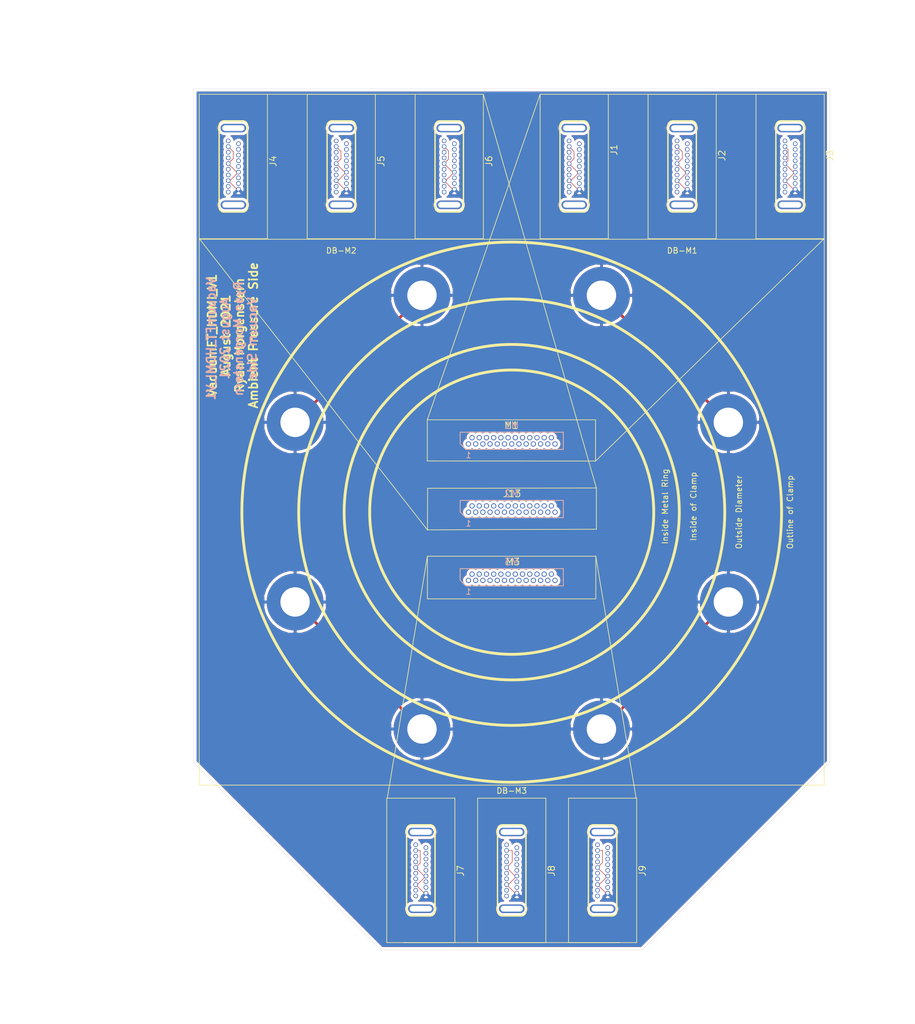
<source format=kicad_pcb>
(kicad_pcb (version 20171130) (host pcbnew "(5.1.10)-1")
  (layers (0 F.Cu signal) (1 In1.Cu signal) (2 In2.Cu signal) (31 B.Cu signal) (34 B.Paste user) (35 F.Paste user) (36 B.SilkS user) (37 F.SilkS user) (38 B.Mask user) (39 F.Mask user) (44 Edge.Cuts user))
  (net 0 "")
  (net 1 "Net-(J1-Pad19)")
  (net 2 "Net-(J1-Pad18)")
  (net 3 "Net-(J1-Pad16)")
  (net 4 "Net-(J1-Pad15)")
  (net 5 "Net-(J1-Pad14)")
  (net 6 "Net-(J1-Pad13)")
  (net 7 "Net-(J1-Pad12)")
  (net 8 "Net-(J1-Pad10)")
  (net 9 "Net-(J1-Pad9)")
  (net 10 "Net-(J1-Pad7)")
  (net 11 "Net-(J1-Pad6)")
  (net 12 "Net-(J1-Pad4)")
  (net 13 "Net-(J1-Pad3)")
  (net 14 "Net-(J1-Pad1)")
  (net 15 "Net-(J2-Pad1)")
  (net 16 "Net-(J2-Pad3)")
  (net 17 "Net-(J2-Pad4)")
  (net 18 "Net-(J2-Pad6)")
  (net 19 "Net-(J2-Pad7)")
  (net 20 "Net-(J2-Pad9)")
  (net 21 "Net-(J2-Pad10)")
  (net 22 "Net-(J2-Pad12)")
  (net 23 "Net-(J2-Pad13)")
  (net 24 "Net-(J2-Pad14)")
  (net 25 "Net-(J2-Pad15)")
  (net 26 "Net-(J2-Pad16)")
  (net 27 "Net-(J2-Pad18)")
  (net 28 "Net-(J2-Pad19)")
  (net 29 "Net-(J3-Pad1)")
  (net 30 "Net-(J3-Pad3)")
  (net 31 "Net-(J3-Pad4)")
  (net 32 "Net-(J3-Pad6)")
  (net 33 "Net-(J3-Pad7)")
  (net 34 "Net-(J3-Pad9)")
  (net 35 "Net-(J3-Pad10)")
  (net 36 "Net-(J3-Pad12)")
  (net 37 "Net-(J3-Pad13)")
  (net 38 "Net-(J3-Pad14)")
  (net 39 "Net-(J3-Pad15)")
  (net 40 "Net-(J3-Pad16)")
  (net 41 "Net-(J3-Pad18)")
  (net 42 "Net-(J3-Pad19)")
  (net 43 "Net-(J4-Pad13)")
  (net 44 "Net-(J5-Pad1)")
  (net 45 "Net-(J5-Pad3)")
  (net 46 "Net-(J5-Pad4)")
  (net 47 "Net-(J5-Pad6)")
  (net 48 "Net-(J5-Pad7)")
  (net 49 "Net-(J5-Pad9)")
  (net 50 "Net-(J5-Pad10)")
  (net 51 "Net-(J5-Pad12)")
  (net 52 "Net-(J5-Pad13)")
  (net 53 "Net-(J5-Pad14)")
  (net 54 "Net-(J5-Pad15)")
  (net 55 "Net-(J5-Pad16)")
  (net 56 "Net-(J5-Pad18)")
  (net 57 "Net-(J5-Pad19)")
  (net 58 "Net-(J6-Pad19)")
  (net 59 "Net-(J6-Pad18)")
  (net 60 "Net-(J6-Pad16)")
  (net 61 "Net-(J6-Pad15)")
  (net 62 "Net-(J6-Pad14)")
  (net 63 "Net-(J6-Pad13)")
  (net 64 "Net-(J6-Pad12)")
  (net 65 "Net-(J6-Pad10)")
  (net 66 "Net-(J6-Pad9)")
  (net 67 "Net-(J6-Pad7)")
  (net 68 "Net-(J6-Pad6)")
  (net 69 "Net-(J6-Pad4)")
  (net 70 "Net-(J6-Pad3)")
  (net 71 "Net-(J6-Pad1)")
  (net 72 "Net-(J7-Pad19)")
  (net 73 "Net-(J7-Pad18)")
  (net 74 "Net-(J7-Pad16)")
  (net 75 "Net-(J7-Pad15)")
  (net 76 "Net-(J7-Pad14)")
  (net 77 "Net-(J7-Pad13)")
  (net 78 "Net-(J7-Pad12)")
  (net 79 "Net-(J7-Pad10)")
  (net 80 "Net-(J7-Pad9)")
  (net 81 "Net-(J7-Pad7)")
  (net 82 "Net-(J7-Pad6)")
  (net 83 "Net-(J7-Pad4)")
  (net 84 "Net-(J7-Pad3)")
  (net 85 "Net-(J7-Pad1)")
  (net 86 "Net-(J8-Pad13)")
  (net 87 "Net-(J9-Pad18)")
  (net 88 "Net-(J9-Pad16)")
  (net 89 "Net-(J9-Pad15)")
  (net 90 "Net-(J9-Pad13)")
  (net 91 GND)
  (net 92 "Net-(J9-Pad14)")
  (net 93 "Net-(J9-Pad19)")
  (net 94 "Net-(J4-Pad19)")
  (net 95 "Net-(J4-Pad18)")
  (net 96 "Net-(J4-Pad16)")
  (net 97 "Net-(J4-Pad15)")
  (net 98 "Net-(J4-Pad14)")
  (net 99 "Net-(J4-Pad12)")
  (net 100 "Net-(J4-Pad10)")
  (net 101 "Net-(J4-Pad9)")
  (net 102 "Net-(J4-Pad7)")
  (net 103 "Net-(J4-Pad6)")
  (net 104 "Net-(J4-Pad4)")
  (net 105 "Net-(J4-Pad3)")
  (net 106 "Net-(J4-Pad1)")
  (net 107 "Net-(J8-Pad19)")
  (net 108 "Net-(J8-Pad18)")
  (net 109 "Net-(J8-Pad16)")
  (net 110 "Net-(J8-Pad15)")
  (net 111 "Net-(J8-Pad14)")
  (net 112 "Net-(J8-Pad12)")
  (net 113 "Net-(J8-Pad10)")
  (net 114 "Net-(J8-Pad9)")
  (net 115 "Net-(J8-Pad7)")
  (net 116 "Net-(J8-Pad6)")
  (net 117 "Net-(J8-Pad4)")
  (net 118 "Net-(J8-Pad3)")
  (net 119 "Net-(J8-Pad1)")
  (net 120 "Net-(J9-Pad12)")
  (net 121 "Net-(J9-Pad10)")
  (net 122 "Net-(J9-Pad9)")
  (net 123 "Net-(J9-Pad7)")
  (net 124 "Net-(J9-Pad6)")
  (net 125 "Net-(J9-Pad4)")
  (net 126 "Net-(J9-Pad3)")
  (net 127 "Net-(J9-Pad1)")
  (net 128 "Net-(M1-Pad13)")
  (net 129 "Net-(M2-Pad13)")
  (net 130 "Net-(M3-Pad13)")
  (module Connector:HDMI-Vertical-Male-JLBPCB (layer F.Cu) (at 30 -60.8 270)
    (fp_text reference J2 (at -3 -7 90) (layer F.SilkS) (effects (font (size 1.143 1.143) (thickness 0.152)) (justify right)))
    (fp_text value HDMI_A_1.4 hide)
    (pad 0 thru_hole oval (at -6.75 0 270) (size 1.5 4.5) (drill oval 1 3.9) (layers *.Cu *.Paste *.Mask))
    (pad 0 thru_hole oval (at 6.75 0 270) (size 1.5 4.5) (drill oval 1 3.9) (layers *.Cu *.Paste *.Mask))
    (pad 19 thru_hole circle (at -4.5 0.9 270) (size 0.8 0.8) (drill 0.55) (layers *.Cu *.Paste *.Mask) (net 28 "Net-(J2-Pad19)"))
    (pad 18 thru_hole circle (at -4 -0.9 270) (size 0.8 0.8) (drill 0.55) (layers *.Cu *.Paste *.Mask) (net 27 "Net-(J2-Pad18)"))
    (pad 17 thru_hole circle (at -3.5 0.9 270) (size 0.8 0.8) (drill 0.55) (layers *.Cu *.Paste *.Mask) (net 91 GND))
    (pad 16 thru_hole circle (at -3 -0.9 270) (size 0.8 0.8) (drill 0.55) (layers *.Cu *.Paste *.Mask) (net 26 "Net-(J2-Pad16)"))
    (pad 15 thru_hole circle (at -2.5 0.9 270) (size 0.8 0.8) (drill 0.55) (layers *.Cu *.Paste *.Mask) (net 25 "Net-(J2-Pad15)"))
    (pad 14 thru_hole circle (at -2 -0.9 270) (size 0.8 0.8) (drill 0.55) (layers *.Cu *.Paste *.Mask) (net 24 "Net-(J2-Pad14)"))
    (pad 13 thru_hole circle (at -1.5 0.9 270) (size 0.8 0.8) (drill 0.55) (layers *.Cu *.Paste *.Mask) (net 23 "Net-(J2-Pad13)"))
    (pad 12 thru_hole circle (at -1 -0.9 270) (size 0.8 0.8) (drill 0.55) (layers *.Cu *.Paste *.Mask) (net 22 "Net-(J2-Pad12)"))
    (pad 11 thru_hole circle (at -0.5 0.9 270) (size 0.8 0.8) (drill 0.55) (layers *.Cu *.Paste *.Mask) (net 91 GND))
    (pad 10 thru_hole circle (at 0 -0.9 270) (size 0.8 0.8) (drill 0.55) (layers *.Cu *.Paste *.Mask) (net 21 "Net-(J2-Pad10)"))
    (pad 9 thru_hole circle (at 0.5 0.9 270) (size 0.8 0.8) (drill 0.55) (layers *.Cu *.Paste *.Mask) (net 20 "Net-(J2-Pad9)"))
    (pad 8 thru_hole circle (at 1 -0.9 270) (size 0.8 0.8) (drill 0.55) (layers *.Cu *.Paste *.Mask) (net 91 GND))
    (pad 7 thru_hole circle (at 1.5 0.9 270) (size 0.8 0.8) (drill 0.55) (layers *.Cu *.Paste *.Mask) (net 19 "Net-(J2-Pad7)"))
    (pad 6 thru_hole circle (at 2 -0.9 270) (size 0.8 0.8) (drill 0.55) (layers *.Cu *.Paste *.Mask) (net 18 "Net-(J2-Pad6)"))
    (pad 5 thru_hole circle (at 2.5 0.9 270) (size 0.8 0.8) (drill 0.55) (layers *.Cu *.Paste *.Mask) (net 91 GND))
    (pad 4 thru_hole circle (at 3 -0.9 270) (size 0.8 0.8) (drill 0.55) (layers *.Cu *.Paste *.Mask) (net 17 "Net-(J2-Pad4)"))
    (pad 3 thru_hole circle (at 3.5 0.9 270) (size 0.8 0.8) (drill 0.55) (layers *.Cu *.Paste *.Mask) (net 16 "Net-(J2-Pad3)"))
    (pad 2 thru_hole circle (at 4 -0.9 270) (size 0.8 0.8) (drill 0.55) (layers *.Cu *.Paste *.Mask) (net 91 GND))
    (pad 1 thru_hole circle (at 4.5 0.9 270) (size 0.8 0.8) (drill 0.55) (layers *.Cu *.Paste *.Mask) (net 15 "Net-(J2-Pad1)"))
  )
  (module Connector:HDMI-Vertical-Male-JLBPCB (layer F.Cu) (at 49 -60.8 270)
    (fp_text reference J3 (at -3 -7 90) (layer F.SilkS) (effects (font (size 1.143 1.143) (thickness 0.152)) (justify right)))
    (fp_text value HDMI_A_1.4 hide)
    (pad 0 thru_hole oval (at -6.75 0 270) (size 1.5 4.5) (drill oval 1 3.9) (layers *.Cu *.Paste *.Mask))
    (pad 0 thru_hole oval (at 6.75 0 270) (size 1.5 4.5) (drill oval 1 3.9) (layers *.Cu *.Paste *.Mask))
    (pad 19 thru_hole circle (at -4.5 0.9 270) (size 0.8 0.8) (drill 0.55) (layers *.Cu *.Paste *.Mask) (net 42 "Net-(J3-Pad19)"))
    (pad 18 thru_hole circle (at -4 -0.9 270) (size 0.8 0.8) (drill 0.55) (layers *.Cu *.Paste *.Mask) (net 41 "Net-(J3-Pad18)"))
    (pad 17 thru_hole circle (at -3.5 0.9 270) (size 0.8 0.8) (drill 0.55) (layers *.Cu *.Paste *.Mask) (net 91 GND))
    (pad 16 thru_hole circle (at -3 -0.9 270) (size 0.8 0.8) (drill 0.55) (layers *.Cu *.Paste *.Mask) (net 40 "Net-(J3-Pad16)"))
    (pad 15 thru_hole circle (at -2.5 0.9 270) (size 0.8 0.8) (drill 0.55) (layers *.Cu *.Paste *.Mask) (net 39 "Net-(J3-Pad15)"))
    (pad 14 thru_hole circle (at -2 -0.9 270) (size 0.8 0.8) (drill 0.55) (layers *.Cu *.Paste *.Mask) (net 38 "Net-(J3-Pad14)"))
    (pad 13 thru_hole circle (at -1.5 0.9 270) (size 0.8 0.8) (drill 0.55) (layers *.Cu *.Paste *.Mask) (net 37 "Net-(J3-Pad13)"))
    (pad 12 thru_hole circle (at -1 -0.9 270) (size 0.8 0.8) (drill 0.55) (layers *.Cu *.Paste *.Mask) (net 36 "Net-(J3-Pad12)"))
    (pad 11 thru_hole circle (at -0.5 0.9 270) (size 0.8 0.8) (drill 0.55) (layers *.Cu *.Paste *.Mask) (net 91 GND))
    (pad 10 thru_hole circle (at 0 -0.9 270) (size 0.8 0.8) (drill 0.55) (layers *.Cu *.Paste *.Mask) (net 35 "Net-(J3-Pad10)"))
    (pad 9 thru_hole circle (at 0.5 0.9 270) (size 0.8 0.8) (drill 0.55) (layers *.Cu *.Paste *.Mask) (net 34 "Net-(J3-Pad9)"))
    (pad 8 thru_hole circle (at 1 -0.9 270) (size 0.8 0.8) (drill 0.55) (layers *.Cu *.Paste *.Mask) (net 91 GND))
    (pad 7 thru_hole circle (at 1.5 0.9 270) (size 0.8 0.8) (drill 0.55) (layers *.Cu *.Paste *.Mask) (net 33 "Net-(J3-Pad7)"))
    (pad 6 thru_hole circle (at 2 -0.9 270) (size 0.8 0.8) (drill 0.55) (layers *.Cu *.Paste *.Mask) (net 32 "Net-(J3-Pad6)"))
    (pad 5 thru_hole circle (at 2.5 0.9 270) (size 0.8 0.8) (drill 0.55) (layers *.Cu *.Paste *.Mask) (net 91 GND))
    (pad 4 thru_hole circle (at 3 -0.9 270) (size 0.8 0.8) (drill 0.55) (layers *.Cu *.Paste *.Mask) (net 31 "Net-(J3-Pad4)"))
    (pad 3 thru_hole circle (at 3.5 0.9 270) (size 0.8 0.8) (drill 0.55) (layers *.Cu *.Paste *.Mask) (net 30 "Net-(J3-Pad3)"))
    (pad 2 thru_hole circle (at 4 -0.9 270) (size 0.8 0.8) (drill 0.55) (layers *.Cu *.Paste *.Mask) (net 91 GND))
    (pad 1 thru_hole circle (at 4.5 0.9 270) (size 0.8 0.8) (drill 0.55) (layers *.Cu *.Paste *.Mask) (net 29 "Net-(J3-Pad1)"))
  )
  (module Connector:Norcomp-380-025-113L001-microd_NoLeads (layer B.Cu) (at 0 11.45)
    (fp_text reference M3 (at 0 -2.71) (layer B.SilkS) (effects (font (size 1.2 1.2)) (justify mirror)))
    (fp_text value DB25_Male)
    (fp_text user 1 (at -7.62 2.54) (layer B.SilkS) (effects (justify mirror)))
    (pad 13 thru_hole oval (at 7.62 0.55) (size 0.92 0.92) (drill 0.61) (layers *.Cu *.Mask) (net 130 "Net-(M3-Pad13)"))
    (pad 25 thru_hole oval (at 6.985 -0.55) (size 0.92 0.92) (drill 0.61) (layers *.Cu *.Mask) (net 120 "Net-(J9-Pad12)"))
    (pad 12 thru_hole oval (at 6.35 0.55) (size 0.92 0.92) (drill 0.61) (layers *.Cu *.Mask) (net 121 "Net-(J9-Pad10)"))
    (pad 24 thru_hole oval (at 5.715 -0.55) (size 0.92 0.92) (drill 0.61) (layers *.Cu *.Mask) (net 122 "Net-(J9-Pad9)"))
    (pad 11 thru_hole oval (at 5.08 0.55) (size 0.92 0.92) (drill 0.61) (layers *.Cu *.Mask) (net 123 "Net-(J9-Pad7)"))
    (pad 23 thru_hole oval (at 4.445 -0.55) (size 0.92 0.92) (drill 0.61) (layers *.Cu *.Mask) (net 124 "Net-(J9-Pad6)"))
    (pad 10 thru_hole oval (at 3.81 0.55) (size 0.92 0.92) (drill 0.61) (layers *.Cu *.Mask) (net 125 "Net-(J9-Pad4)"))
    (pad 22 thru_hole oval (at 3.175 -0.55) (size 0.92 0.92) (drill 0.61) (layers *.Cu *.Mask) (net 126 "Net-(J9-Pad3)"))
    (pad 9 thru_hole oval (at 2.54 0.55) (size 0.92 0.92) (drill 0.61) (layers *.Cu *.Mask) (net 127 "Net-(J9-Pad1)"))
    (pad 21 thru_hole oval (at 1.905 -0.55) (size 0.92 0.92) (drill 0.61) (layers *.Cu *.Mask) (net 112 "Net-(J8-Pad12)"))
    (pad 8 thru_hole oval (at 1.27 0.55) (size 0.92 0.92) (drill 0.61) (layers *.Cu *.Mask) (net 113 "Net-(J8-Pad10)"))
    (pad 20 thru_hole oval (at 0.635 -0.55) (size 0.92 0.92) (drill 0.61) (layers *.Cu *.Mask) (net 114 "Net-(J8-Pad9)"))
    (pad 7 thru_hole oval (at 0 0.55) (size 0.92 0.92) (drill 0.61) (layers *.Cu *.Mask) (net 115 "Net-(J8-Pad7)"))
    (pad 19 thru_hole oval (at -0.635 -0.55) (size 0.92 0.92) (drill 0.61) (layers *.Cu *.Mask) (net 116 "Net-(J8-Pad6)"))
    (pad 6 thru_hole oval (at -1.27 0.55) (size 0.92 0.92) (drill 0.61) (layers *.Cu *.Mask) (net 117 "Net-(J8-Pad4)"))
    (pad 18 thru_hole oval (at -1.905 -0.55) (size 0.92 0.92) (drill 0.61) (layers *.Cu *.Mask) (net 118 "Net-(J8-Pad3)"))
    (pad 5 thru_hole oval (at -2.54 0.55) (size 0.92 0.92) (drill 0.61) (layers *.Cu *.Mask) (net 119 "Net-(J8-Pad1)"))
    (pad 17 thru_hole oval (at -3.175 -0.55) (size 0.92 0.92) (drill 0.61) (layers *.Cu *.Mask) (net 78 "Net-(J7-Pad12)"))
    (pad 4 thru_hole oval (at -3.81 0.55) (size 0.92 0.92) (drill 0.61) (layers *.Cu *.Mask) (net 79 "Net-(J7-Pad10)"))
    (pad 16 thru_hole oval (at -4.445 -0.55) (size 0.92 0.92) (drill 0.61) (layers *.Cu *.Mask) (net 80 "Net-(J7-Pad9)"))
    (pad 3 thru_hole oval (at -5.08 0.55) (size 0.92 0.92) (drill 0.61) (layers *.Cu *.Mask) (net 81 "Net-(J7-Pad7)"))
    (pad 15 thru_hole oval (at -5.715 -0.55) (size 0.92 0.92) (drill 0.61) (layers *.Cu *.Mask) (net 82 "Net-(J7-Pad6)"))
    (pad 2 thru_hole oval (at -6.35 0.55) (size 0.92 0.92) (drill 0.61) (layers *.Cu *.Mask) (net 83 "Net-(J7-Pad4)"))
    (pad 14 thru_hole oval (at -6.985 -0.55) (size 0.92 0.92) (drill 0.61) (layers *.Cu *.Mask) (net 84 "Net-(J7-Pad3)"))
    (pad 1 thru_hole oval (at -7.62 0.55) (size 0.92 0.92) (drill 0.61) (layers *.Cu *.Mask) (net 85 "Net-(J7-Pad1)"))
  )
  (module Connector:Norcomp-380-025-113L001-microd_NoLeads (layer B.Cu) (at 0 -0.55)
    (fp_text reference M2 (at 0 -2.71) (layer B.SilkS) (effects (font (size 1.2 1.2)) (justify mirror)))
    (fp_text value DB25_Male)
    (fp_text user 1 (at -7.62 2.54) (layer B.SilkS) (effects (justify mirror)))
    (pad 13 thru_hole oval (at 7.62 0.55) (size 0.92 0.92) (drill 0.61) (layers *.Cu *.Mask) (net 129 "Net-(M2-Pad13)"))
    (pad 25 thru_hole oval (at 6.985 -0.55) (size 0.92 0.92) (drill 0.61) (layers *.Cu *.Mask) (net 64 "Net-(J6-Pad12)"))
    (pad 12 thru_hole oval (at 6.35 0.55) (size 0.92 0.92) (drill 0.61) (layers *.Cu *.Mask) (net 65 "Net-(J6-Pad10)"))
    (pad 24 thru_hole oval (at 5.715 -0.55) (size 0.92 0.92) (drill 0.61) (layers *.Cu *.Mask) (net 66 "Net-(J6-Pad9)"))
    (pad 11 thru_hole oval (at 5.08 0.55) (size 0.92 0.92) (drill 0.61) (layers *.Cu *.Mask) (net 67 "Net-(J6-Pad7)"))
    (pad 23 thru_hole oval (at 4.445 -0.55) (size 0.92 0.92) (drill 0.61) (layers *.Cu *.Mask) (net 68 "Net-(J6-Pad6)"))
    (pad 10 thru_hole oval (at 3.81 0.55) (size 0.92 0.92) (drill 0.61) (layers *.Cu *.Mask) (net 69 "Net-(J6-Pad4)"))
    (pad 22 thru_hole oval (at 3.175 -0.55) (size 0.92 0.92) (drill 0.61) (layers *.Cu *.Mask) (net 70 "Net-(J6-Pad3)"))
    (pad 9 thru_hole oval (at 2.54 0.55) (size 0.92 0.92) (drill 0.61) (layers *.Cu *.Mask) (net 71 "Net-(J6-Pad1)"))
    (pad 21 thru_hole oval (at 1.905 -0.55) (size 0.92 0.92) (drill 0.61) (layers *.Cu *.Mask) (net 51 "Net-(J5-Pad12)"))
    (pad 8 thru_hole oval (at 1.27 0.55) (size 0.92 0.92) (drill 0.61) (layers *.Cu *.Mask) (net 50 "Net-(J5-Pad10)"))
    (pad 20 thru_hole oval (at 0.635 -0.55) (size 0.92 0.92) (drill 0.61) (layers *.Cu *.Mask) (net 49 "Net-(J5-Pad9)"))
    (pad 7 thru_hole oval (at 0 0.55) (size 0.92 0.92) (drill 0.61) (layers *.Cu *.Mask) (net 48 "Net-(J5-Pad7)"))
    (pad 19 thru_hole oval (at -0.635 -0.55) (size 0.92 0.92) (drill 0.61) (layers *.Cu *.Mask) (net 47 "Net-(J5-Pad6)"))
    (pad 6 thru_hole oval (at -1.27 0.55) (size 0.92 0.92) (drill 0.61) (layers *.Cu *.Mask) (net 46 "Net-(J5-Pad4)"))
    (pad 18 thru_hole oval (at -1.905 -0.55) (size 0.92 0.92) (drill 0.61) (layers *.Cu *.Mask) (net 45 "Net-(J5-Pad3)"))
    (pad 5 thru_hole oval (at -2.54 0.55) (size 0.92 0.92) (drill 0.61) (layers *.Cu *.Mask) (net 44 "Net-(J5-Pad1)"))
    (pad 17 thru_hole oval (at -3.175 -0.55) (size 0.92 0.92) (drill 0.61) (layers *.Cu *.Mask) (net 99 "Net-(J4-Pad12)"))
    (pad 4 thru_hole oval (at -3.81 0.55) (size 0.92 0.92) (drill 0.61) (layers *.Cu *.Mask) (net 100 "Net-(J4-Pad10)"))
    (pad 16 thru_hole oval (at -4.445 -0.55) (size 0.92 0.92) (drill 0.61) (layers *.Cu *.Mask) (net 101 "Net-(J4-Pad9)"))
    (pad 3 thru_hole oval (at -5.08 0.55) (size 0.92 0.92) (drill 0.61) (layers *.Cu *.Mask) (net 102 "Net-(J4-Pad7)"))
    (pad 15 thru_hole oval (at -5.715 -0.55) (size 0.92 0.92) (drill 0.61) (layers *.Cu *.Mask) (net 103 "Net-(J4-Pad6)"))
    (pad 2 thru_hole oval (at -6.35 0.55) (size 0.92 0.92) (drill 0.61) (layers *.Cu *.Mask) (net 104 "Net-(J4-Pad4)"))
    (pad 14 thru_hole oval (at -6.985 -0.55) (size 0.92 0.92) (drill 0.61) (layers *.Cu *.Mask) (net 105 "Net-(J4-Pad3)"))
    (pad 1 thru_hole oval (at -7.62 0.55) (size 0.92 0.92) (drill 0.61) (layers *.Cu *.Mask) (net 106 "Net-(J4-Pad1)"))
  )
  (module Connector:Norcomp-380-025-113L001-microd_NoLeads (layer B.Cu) (at 0 -12.55)
    (fp_text reference M1 (at 0 -2.71) (layer B.SilkS) (effects (font (size 1.2 1.2)) (justify mirror)))
    (fp_text value DB25_Male)
    (fp_text user 1 (at -7.62 2.54) (layer B.SilkS) (effects (justify mirror)))
    (pad 13 thru_hole oval (at 7.62 0.55) (size 0.92 0.92) (drill 0.61) (layers *.Cu *.Mask) (net 128 "Net-(M1-Pad13)"))
    (pad 25 thru_hole oval (at 6.985 -0.55) (size 0.92 0.92) (drill 0.61) (layers *.Cu *.Mask) (net 36 "Net-(J3-Pad12)"))
    (pad 12 thru_hole oval (at 6.35 0.55) (size 0.92 0.92) (drill 0.61) (layers *.Cu *.Mask) (net 35 "Net-(J3-Pad10)"))
    (pad 24 thru_hole oval (at 5.715 -0.55) (size 0.92 0.92) (drill 0.61) (layers *.Cu *.Mask) (net 34 "Net-(J3-Pad9)"))
    (pad 11 thru_hole oval (at 5.08 0.55) (size 0.92 0.92) (drill 0.61) (layers *.Cu *.Mask) (net 33 "Net-(J3-Pad7)"))
    (pad 23 thru_hole oval (at 4.445 -0.55) (size 0.92 0.92) (drill 0.61) (layers *.Cu *.Mask) (net 32 "Net-(J3-Pad6)"))
    (pad 10 thru_hole oval (at 3.81 0.55) (size 0.92 0.92) (drill 0.61) (layers *.Cu *.Mask) (net 31 "Net-(J3-Pad4)"))
    (pad 22 thru_hole oval (at 3.175 -0.55) (size 0.92 0.92) (drill 0.61) (layers *.Cu *.Mask) (net 30 "Net-(J3-Pad3)"))
    (pad 9 thru_hole oval (at 2.54 0.55) (size 0.92 0.92) (drill 0.61) (layers *.Cu *.Mask) (net 29 "Net-(J3-Pad1)"))
    (pad 21 thru_hole oval (at 1.905 -0.55) (size 0.92 0.92) (drill 0.61) (layers *.Cu *.Mask) (net 22 "Net-(J2-Pad12)"))
    (pad 8 thru_hole oval (at 1.27 0.55) (size 0.92 0.92) (drill 0.61) (layers *.Cu *.Mask) (net 21 "Net-(J2-Pad10)"))
    (pad 20 thru_hole oval (at 0.635 -0.55) (size 0.92 0.92) (drill 0.61) (layers *.Cu *.Mask) (net 20 "Net-(J2-Pad9)"))
    (pad 7 thru_hole oval (at 0 0.55) (size 0.92 0.92) (drill 0.61) (layers *.Cu *.Mask) (net 19 "Net-(J2-Pad7)"))
    (pad 19 thru_hole oval (at -0.635 -0.55) (size 0.92 0.92) (drill 0.61) (layers *.Cu *.Mask) (net 18 "Net-(J2-Pad6)"))
    (pad 6 thru_hole oval (at -1.27 0.55) (size 0.92 0.92) (drill 0.61) (layers *.Cu *.Mask) (net 17 "Net-(J2-Pad4)"))
    (pad 18 thru_hole oval (at -1.905 -0.55) (size 0.92 0.92) (drill 0.61) (layers *.Cu *.Mask) (net 16 "Net-(J2-Pad3)"))
    (pad 5 thru_hole oval (at -2.54 0.55) (size 0.92 0.92) (drill 0.61) (layers *.Cu *.Mask) (net 15 "Net-(J2-Pad1)"))
    (pad 17 thru_hole oval (at -3.175 -0.55) (size 0.92 0.92) (drill 0.61) (layers *.Cu *.Mask) (net 7 "Net-(J1-Pad12)"))
    (pad 4 thru_hole oval (at -3.81 0.55) (size 0.92 0.92) (drill 0.61) (layers *.Cu *.Mask) (net 8 "Net-(J1-Pad10)"))
    (pad 16 thru_hole oval (at -4.445 -0.55) (size 0.92 0.92) (drill 0.61) (layers *.Cu *.Mask) (net 9 "Net-(J1-Pad9)"))
    (pad 3 thru_hole oval (at -5.08 0.55) (size 0.92 0.92) (drill 0.61) (layers *.Cu *.Mask) (net 10 "Net-(J1-Pad7)"))
    (pad 15 thru_hole oval (at -5.715 -0.55) (size 0.92 0.92) (drill 0.61) (layers *.Cu *.Mask) (net 11 "Net-(J1-Pad6)"))
    (pad 2 thru_hole oval (at -6.35 0.55) (size 0.92 0.92) (drill 0.61) (layers *.Cu *.Mask) (net 12 "Net-(J1-Pad4)"))
    (pad 14 thru_hole oval (at -6.985 -0.55) (size 0.92 0.92) (drill 0.61) (layers *.Cu *.Mask) (net 13 "Net-(J1-Pad3)"))
    (pad 1 thru_hole oval (at -7.62 0.55) (size 0.92 0.92) (drill 0.61) (layers *.Cu *.Mask) (net 14 "Net-(J1-Pad1)"))
  )
  (module Connector:KF50_Print (layer F.Cu) (at 0 0)
    (fp_text reference J13 (at 0.05 -3.26) (layer F.SilkS) (effects (font (size 1.2 1.2))))
    (fp_text value Conn_01x08)
    (fp_text user "Inside Metal Ring" (at 27 -1 90) (layer F.SilkS))
    (fp_text user "Outside Diameter" (at 40 0 90) (layer F.SilkS))
    (fp_text user "Inside of Clamp" (at 32 -1 90) (layer F.SilkS))
    (fp_text user "Outline of Clamp" (at 49 0 90) (layer F.SilkS))
    (pad 1 thru_hole circle (at 15.795259 38.133128 45) (size 10 10) (drill 5.17) (layers *.Cu *.Mask) (net 91 GND))
    (pad 2 thru_hole circle (at 38.133128 15.795259 45) (size 10 10) (drill 5.17) (layers *.Cu *.Mask) (net 91 GND))
    (pad 3 thru_hole circle (at 38.133128 -15.795259 45) (size 10 10) (drill 5.17) (layers *.Cu *.Mask) (net 91 GND))
    (pad 4 thru_hole circle (at 15.795259 -38.133128 45) (size 10 10) (drill 5.17) (layers *.Cu *.Mask) (net 91 GND))
    (pad 5 thru_hole circle (at -15.795259 -38.133128 45) (size 10 10) (drill 5.17) (layers *.Cu *.Mask) (net 91 GND))
    (pad 6 thru_hole circle (at -38.133128 -15.795259 45) (size 10 10) (drill 5.17) (layers *.Cu *.Mask) (net 91 GND))
    (pad 7 thru_hole circle (at -38.133128 15.795259 45) (size 10 10) (drill 5.17) (layers *.Cu *.Mask) (net 91 GND))
    (pad 8 thru_hole circle (at -15.795259 38.133128 45) (size 10 10) (drill 5.17) (layers *.Cu *.Mask) (net 91 GND))
  )
  (module Connector:HDMI-Vertical-Male-JLBPCB (layer F.Cu) (at -49 -60.8 270)
    (fp_text reference J4 (at -2 -7 90) (layer F.SilkS) (effects (font (size 1.143 1.143) (thickness 0.152)) (justify right)))
    (fp_text value HDMI_A_1.4 hide)
    (pad 0 thru_hole oval (at -6.75 0 270) (size 1.5 4.5) (drill oval 1 3.9) (layers *.Cu *.Paste *.Mask))
    (pad 0 thru_hole oval (at 6.75 0 270) (size 1.5 4.5) (drill oval 1 3.9) (layers *.Cu *.Paste *.Mask))
    (pad 19 thru_hole circle (at -4.5 0.9 270) (size 0.8 0.8) (drill 0.55) (layers *.Cu *.Paste *.Mask) (net 94 "Net-(J4-Pad19)"))
    (pad 18 thru_hole circle (at -4 -0.9 270) (size 0.8 0.8) (drill 0.55) (layers *.Cu *.Paste *.Mask) (net 95 "Net-(J4-Pad18)"))
    (pad 17 thru_hole circle (at -3.5 0.9 270) (size 0.8 0.8) (drill 0.55) (layers *.Cu *.Paste *.Mask) (net 91 GND))
    (pad 16 thru_hole circle (at -3 -0.9 270) (size 0.8 0.8) (drill 0.55) (layers *.Cu *.Paste *.Mask) (net 96 "Net-(J4-Pad16)"))
    (pad 15 thru_hole circle (at -2.5 0.9 270) (size 0.8 0.8) (drill 0.55) (layers *.Cu *.Paste *.Mask) (net 97 "Net-(J4-Pad15)"))
    (pad 14 thru_hole circle (at -2 -0.9 270) (size 0.8 0.8) (drill 0.55) (layers *.Cu *.Paste *.Mask) (net 98 "Net-(J4-Pad14)"))
    (pad 13 thru_hole circle (at -1.5 0.9 270) (size 0.8 0.8) (drill 0.55) (layers *.Cu *.Paste *.Mask) (net 43 "Net-(J4-Pad13)"))
    (pad 12 thru_hole circle (at -1 -0.9 270) (size 0.8 0.8) (drill 0.55) (layers *.Cu *.Paste *.Mask) (net 99 "Net-(J4-Pad12)"))
    (pad 11 thru_hole circle (at -0.5 0.9 270) (size 0.8 0.8) (drill 0.55) (layers *.Cu *.Paste *.Mask) (net 91 GND))
    (pad 10 thru_hole circle (at 0 -0.9 270) (size 0.8 0.8) (drill 0.55) (layers *.Cu *.Paste *.Mask) (net 100 "Net-(J4-Pad10)"))
    (pad 9 thru_hole circle (at 0.5 0.9 270) (size 0.8 0.8) (drill 0.55) (layers *.Cu *.Paste *.Mask) (net 101 "Net-(J4-Pad9)"))
    (pad 8 thru_hole circle (at 1 -0.9 270) (size 0.8 0.8) (drill 0.55) (layers *.Cu *.Paste *.Mask) (net 91 GND))
    (pad 7 thru_hole circle (at 1.5 0.9 270) (size 0.8 0.8) (drill 0.55) (layers *.Cu *.Paste *.Mask) (net 102 "Net-(J4-Pad7)"))
    (pad 6 thru_hole circle (at 2 -0.9 270) (size 0.8 0.8) (drill 0.55) (layers *.Cu *.Paste *.Mask) (net 103 "Net-(J4-Pad6)"))
    (pad 5 thru_hole circle (at 2.5 0.9 270) (size 0.8 0.8) (drill 0.55) (layers *.Cu *.Paste *.Mask) (net 91 GND))
    (pad 4 thru_hole circle (at 3 -0.9 270) (size 0.8 0.8) (drill 0.55) (layers *.Cu *.Paste *.Mask) (net 104 "Net-(J4-Pad4)"))
    (pad 3 thru_hole circle (at 3.5 0.9 270) (size 0.8 0.8) (drill 0.55) (layers *.Cu *.Paste *.Mask) (net 105 "Net-(J4-Pad3)"))
    (pad 2 thru_hole circle (at 4 -0.9 270) (size 0.8 0.8) (drill 0.55) (layers *.Cu *.Paste *.Mask) (net 91 GND))
    (pad 1 thru_hole circle (at 4.5 0.9 270) (size 0.8 0.8) (drill 0.55) (layers *.Cu *.Paste *.Mask) (net 106 "Net-(J4-Pad1)"))
  )
  (module Connector:HDMI-Vertical-Male-JLBPCB (layer F.Cu) (at 16 63 270)
    (fp_text reference J9 (at -1 -7 90) (layer F.SilkS) (effects (font (size 1.143 1.143) (thickness 0.152)) (justify right)))
    (fp_text value HDMI_A_1.4 hide)
    (pad 0 thru_hole oval (at -6.75 0 270) (size 1.5 4.5) (drill oval 1 3.9) (layers *.Cu *.Paste *.Mask))
    (pad 0 thru_hole oval (at 6.75 0 270) (size 1.5 4.5) (drill oval 1 3.9) (layers *.Cu *.Paste *.Mask))
    (pad 19 thru_hole circle (at -4.5 0.9 270) (size 0.8 0.8) (drill 0.55) (layers *.Cu *.Paste *.Mask) (net 93 "Net-(J9-Pad19)"))
    (pad 18 thru_hole circle (at -4 -0.9 270) (size 0.8 0.8) (drill 0.55) (layers *.Cu *.Paste *.Mask) (net 87 "Net-(J9-Pad18)"))
    (pad 17 thru_hole circle (at -3.5 0.9 270) (size 0.8 0.8) (drill 0.55) (layers *.Cu *.Paste *.Mask) (net 91 GND))
    (pad 16 thru_hole circle (at -3 -0.9 270) (size 0.8 0.8) (drill 0.55) (layers *.Cu *.Paste *.Mask) (net 88 "Net-(J9-Pad16)"))
    (pad 15 thru_hole circle (at -2.5 0.9 270) (size 0.8 0.8) (drill 0.55) (layers *.Cu *.Paste *.Mask) (net 89 "Net-(J9-Pad15)"))
    (pad 14 thru_hole circle (at -2 -0.9 270) (size 0.8 0.8) (drill 0.55) (layers *.Cu *.Paste *.Mask) (net 92 "Net-(J9-Pad14)"))
    (pad 13 thru_hole circle (at -1.5 0.9 270) (size 0.8 0.8) (drill 0.55) (layers *.Cu *.Paste *.Mask) (net 90 "Net-(J9-Pad13)"))
    (pad 12 thru_hole circle (at -1 -0.9 270) (size 0.8 0.8) (drill 0.55) (layers *.Cu *.Paste *.Mask) (net 120 "Net-(J9-Pad12)"))
    (pad 11 thru_hole circle (at -0.5 0.9 270) (size 0.8 0.8) (drill 0.55) (layers *.Cu *.Paste *.Mask) (net 91 GND))
    (pad 10 thru_hole circle (at 0 -0.9 270) (size 0.8 0.8) (drill 0.55) (layers *.Cu *.Paste *.Mask) (net 121 "Net-(J9-Pad10)"))
    (pad 9 thru_hole circle (at 0.5 0.9 270) (size 0.8 0.8) (drill 0.55) (layers *.Cu *.Paste *.Mask) (net 122 "Net-(J9-Pad9)"))
    (pad 8 thru_hole circle (at 1 -0.9 270) (size 0.8 0.8) (drill 0.55) (layers *.Cu *.Paste *.Mask) (net 91 GND))
    (pad 7 thru_hole circle (at 1.5 0.9 270) (size 0.8 0.8) (drill 0.55) (layers *.Cu *.Paste *.Mask) (net 123 "Net-(J9-Pad7)"))
    (pad 6 thru_hole circle (at 2 -0.9 270) (size 0.8 0.8) (drill 0.55) (layers *.Cu *.Paste *.Mask) (net 124 "Net-(J9-Pad6)"))
    (pad 5 thru_hole circle (at 2.5 0.9 270) (size 0.8 0.8) (drill 0.55) (layers *.Cu *.Paste *.Mask) (net 91 GND))
    (pad 4 thru_hole circle (at 3 -0.9 270) (size 0.8 0.8) (drill 0.55) (layers *.Cu *.Paste *.Mask) (net 125 "Net-(J9-Pad4)"))
    (pad 3 thru_hole circle (at 3.5 0.9 270) (size 0.8 0.8) (drill 0.55) (layers *.Cu *.Paste *.Mask) (net 126 "Net-(J9-Pad3)"))
    (pad 2 thru_hole circle (at 4 -0.9 270) (size 0.8 0.8) (drill 0.55) (layers *.Cu *.Paste *.Mask) (net 91 GND))
    (pad 1 thru_hole circle (at 4.5 0.9 270) (size 0.8 0.8) (drill 0.55) (layers *.Cu *.Paste *.Mask) (net 127 "Net-(J9-Pad1)"))
  )
  (module "" (layer F.Cu) (at 1.76 -2.66)
    (fp_text reference "" (at 0 11.45) (layer F.SilkS) (effects (font (size 1.27 1.27))))
    (fp_text value "" (at 0 11.45) (layer F.SilkS) (effects (font (size 1.27 1.27))))
    (fp_text user M3 (at -1.55 11.39) (layer F.SilkS) (effects (font (size 1.2 1.2))))
  )
  (module "" (layer F.Cu) (at 2.54 -26.84)
    (fp_text reference "" (at 0 11.45) (layer F.SilkS) (effects (font (size 1.27 1.27))))
    (fp_text value "" (at 0 11.45) (layer F.SilkS) (effects (font (size 1.27 1.27))))
    (fp_text user M1 (at -2.6 11.58) (layer F.SilkS) (effects (font (size 1.2 1.2))))
  )
  (module "" (layer F.Cu) (at -0.36 -15.71)
    (fp_text reference "" (at 0 11.45) (layer F.SilkS) (effects (font (size 1.27 1.27))))
    (fp_text value "" (at 0 11.45) (layer F.SilkS) (effects (font (size 1.27 1.27))))
  )
  (module Connector:HDMI-Vertical-Male-JLBPCB (layer F.Cu) (at -16 63 270)
    (fp_text reference J7 (at -1 -7 90) (layer F.SilkS) (effects (font (size 1.143 1.143) (thickness 0.152)) (justify right)))
    (fp_text value HDMI_A_1.4 hide)
    (pad 0 thru_hole oval (at -6.75 0 270) (size 1.5 4.5) (drill oval 1 3.9) (layers *.Cu *.Paste *.Mask))
    (pad 0 thru_hole oval (at 6.75 0 270) (size 1.5 4.5) (drill oval 1 3.9) (layers *.Cu *.Paste *.Mask))
    (pad 19 thru_hole circle (at -4.5 0.9 270) (size 0.8 0.8) (drill 0.55) (layers *.Cu *.Paste *.Mask) (net 72 "Net-(J7-Pad19)"))
    (pad 18 thru_hole circle (at -4 -0.9 270) (size 0.8 0.8) (drill 0.55) (layers *.Cu *.Paste *.Mask) (net 73 "Net-(J7-Pad18)"))
    (pad 17 thru_hole circle (at -3.5 0.9 270) (size 0.8 0.8) (drill 0.55) (layers *.Cu *.Paste *.Mask) (net 91 GND))
    (pad 16 thru_hole circle (at -3 -0.9 270) (size 0.8 0.8) (drill 0.55) (layers *.Cu *.Paste *.Mask) (net 74 "Net-(J7-Pad16)"))
    (pad 15 thru_hole circle (at -2.5 0.9 270) (size 0.8 0.8) (drill 0.55) (layers *.Cu *.Paste *.Mask) (net 75 "Net-(J7-Pad15)"))
    (pad 14 thru_hole circle (at -2 -0.9 270) (size 0.8 0.8) (drill 0.55) (layers *.Cu *.Paste *.Mask) (net 76 "Net-(J7-Pad14)"))
    (pad 13 thru_hole circle (at -1.5 0.9 270) (size 0.8 0.8) (drill 0.55) (layers *.Cu *.Paste *.Mask) (net 77 "Net-(J7-Pad13)"))
    (pad 12 thru_hole circle (at -1 -0.9 270) (size 0.8 0.8) (drill 0.55) (layers *.Cu *.Paste *.Mask) (net 78 "Net-(J7-Pad12)"))
    (pad 11 thru_hole circle (at -0.5 0.9 270) (size 0.8 0.8) (drill 0.55) (layers *.Cu *.Paste *.Mask) (net 91 GND))
    (pad 10 thru_hole circle (at 0 -0.9 270) (size 0.8 0.8) (drill 0.55) (layers *.Cu *.Paste *.Mask) (net 79 "Net-(J7-Pad10)"))
    (pad 9 thru_hole circle (at 0.5 0.9 270) (size 0.8 0.8) (drill 0.55) (layers *.Cu *.Paste *.Mask) (net 80 "Net-(J7-Pad9)"))
    (pad 8 thru_hole circle (at 1 -0.9 270) (size 0.8 0.8) (drill 0.55) (layers *.Cu *.Paste *.Mask) (net 91 GND))
    (pad 7 thru_hole circle (at 1.5 0.9 270) (size 0.8 0.8) (drill 0.55) (layers *.Cu *.Paste *.Mask) (net 81 "Net-(J7-Pad7)"))
    (pad 6 thru_hole circle (at 2 -0.9 270) (size 0.8 0.8) (drill 0.55) (layers *.Cu *.Paste *.Mask) (net 82 "Net-(J7-Pad6)"))
    (pad 5 thru_hole circle (at 2.5 0.9 270) (size 0.8 0.8) (drill 0.55) (layers *.Cu *.Paste *.Mask) (net 91 GND))
    (pad 4 thru_hole circle (at 3 -0.9 270) (size 0.8 0.8) (drill 0.55) (layers *.Cu *.Paste *.Mask) (net 83 "Net-(J7-Pad4)"))
    (pad 3 thru_hole circle (at 3.5 0.9 270) (size 0.8 0.8) (drill 0.55) (layers *.Cu *.Paste *.Mask) (net 84 "Net-(J7-Pad3)"))
    (pad 2 thru_hole circle (at 4 -0.9 270) (size 0.8 0.8) (drill 0.55) (layers *.Cu *.Paste *.Mask) (net 91 GND))
    (pad 1 thru_hole circle (at 4.5 0.9 270) (size 0.8 0.8) (drill 0.55) (layers *.Cu *.Paste *.Mask) (net 85 "Net-(J7-Pad1)"))
  )
  (module Connector:HDMI-Vertical-Male-JLBPCB (layer F.Cu) (at 0 63 270)
    (fp_text reference J8 (at -1 -7 90) (layer F.SilkS) (effects (font (size 1.143 1.143) (thickness 0.152)) (justify right)))
    (fp_text value HDMI_A_1.4 hide)
    (pad 0 thru_hole oval (at -6.75 0 270) (size 1.5 4.5) (drill oval 1 3.9) (layers *.Cu *.Paste *.Mask))
    (pad 0 thru_hole oval (at 6.75 0 270) (size 1.5 4.5) (drill oval 1 3.9) (layers *.Cu *.Paste *.Mask))
    (pad 19 thru_hole circle (at -4.5 0.9 270) (size 0.8 0.8) (drill 0.55) (layers *.Cu *.Paste *.Mask) (net 107 "Net-(J8-Pad19)"))
    (pad 18 thru_hole circle (at -4 -0.9 270) (size 0.8 0.8) (drill 0.55) (layers *.Cu *.Paste *.Mask) (net 108 "Net-(J8-Pad18)"))
    (pad 17 thru_hole circle (at -3.5 0.9 270) (size 0.8 0.8) (drill 0.55) (layers *.Cu *.Paste *.Mask) (net 91 GND))
    (pad 16 thru_hole circle (at -3 -0.9 270) (size 0.8 0.8) (drill 0.55) (layers *.Cu *.Paste *.Mask) (net 109 "Net-(J8-Pad16)"))
    (pad 15 thru_hole circle (at -2.5 0.9 270) (size 0.8 0.8) (drill 0.55) (layers *.Cu *.Paste *.Mask) (net 110 "Net-(J8-Pad15)"))
    (pad 14 thru_hole circle (at -2 -0.9 270) (size 0.8 0.8) (drill 0.55) (layers *.Cu *.Paste *.Mask) (net 111 "Net-(J8-Pad14)"))
    (pad 13 thru_hole circle (at -1.5 0.9 270) (size 0.8 0.8) (drill 0.55) (layers *.Cu *.Paste *.Mask) (net 86 "Net-(J8-Pad13)"))
    (pad 12 thru_hole circle (at -1 -0.9 270) (size 0.8 0.8) (drill 0.55) (layers *.Cu *.Paste *.Mask) (net 112 "Net-(J8-Pad12)"))
    (pad 11 thru_hole circle (at -0.5 0.9 270) (size 0.8 0.8) (drill 0.55) (layers *.Cu *.Paste *.Mask) (net 91 GND))
    (pad 10 thru_hole circle (at 0 -0.9 270) (size 0.8 0.8) (drill 0.55) (layers *.Cu *.Paste *.Mask) (net 113 "Net-(J8-Pad10)"))
    (pad 9 thru_hole circle (at 0.5 0.9 270) (size 0.8 0.8) (drill 0.55) (layers *.Cu *.Paste *.Mask) (net 114 "Net-(J8-Pad9)"))
    (pad 8 thru_hole circle (at 1 -0.9 270) (size 0.8 0.8) (drill 0.55) (layers *.Cu *.Paste *.Mask) (net 91 GND))
    (pad 7 thru_hole circle (at 1.5 0.9 270) (size 0.8 0.8) (drill 0.55) (layers *.Cu *.Paste *.Mask) (net 115 "Net-(J8-Pad7)"))
    (pad 6 thru_hole circle (at 2 -0.9 270) (size 0.8 0.8) (drill 0.55) (layers *.Cu *.Paste *.Mask) (net 116 "Net-(J8-Pad6)"))
    (pad 5 thru_hole circle (at 2.5 0.9 270) (size 0.8 0.8) (drill 0.55) (layers *.Cu *.Paste *.Mask) (net 91 GND))
    (pad 4 thru_hole circle (at 3 -0.9 270) (size 0.8 0.8) (drill 0.55) (layers *.Cu *.Paste *.Mask) (net 117 "Net-(J8-Pad4)"))
    (pad 3 thru_hole circle (at 3.5 0.9 270) (size 0.8 0.8) (drill 0.55) (layers *.Cu *.Paste *.Mask) (net 118 "Net-(J8-Pad3)"))
    (pad 2 thru_hole circle (at 4 -0.9 270) (size 0.8 0.8) (drill 0.55) (layers *.Cu *.Paste *.Mask) (net 91 GND))
    (pad 1 thru_hole circle (at 4.5 0.9 270) (size 0.8 0.8) (drill 0.55) (layers *.Cu *.Paste *.Mask) (net 119 "Net-(J8-Pad1)"))
  )
  (module Connector:HDMI-Vertical-Male-JLBPCB (layer F.Cu) (at 11 -60.8 270)
    (fp_text reference J1 (at -4 -7 90) (layer F.SilkS) (effects (font (size 1.143 1.143) (thickness 0.152)) (justify right)))
    (fp_text value HDMI_A_1.4 hide)
    (pad 0 thru_hole oval (at -6.75 0 270) (size 1.5 4.5) (drill oval 1 3.9) (layers *.Cu *.Paste *.Mask))
    (pad 0 thru_hole oval (at 6.75 0 270) (size 1.5 4.5) (drill oval 1 3.9) (layers *.Cu *.Paste *.Mask))
    (pad 19 thru_hole circle (at -4.5 0.9 270) (size 0.8 0.8) (drill 0.55) (layers *.Cu *.Paste *.Mask) (net 1 "Net-(J1-Pad19)"))
    (pad 18 thru_hole circle (at -4 -0.9 270) (size 0.8 0.8) (drill 0.55) (layers *.Cu *.Paste *.Mask) (net 2 "Net-(J1-Pad18)"))
    (pad 17 thru_hole circle (at -3.5 0.9 270) (size 0.8 0.8) (drill 0.55) (layers *.Cu *.Paste *.Mask) (net 91 GND))
    (pad 16 thru_hole circle (at -3 -0.9 270) (size 0.8 0.8) (drill 0.55) (layers *.Cu *.Paste *.Mask) (net 3 "Net-(J1-Pad16)"))
    (pad 15 thru_hole circle (at -2.5 0.9 270) (size 0.8 0.8) (drill 0.55) (layers *.Cu *.Paste *.Mask) (net 4 "Net-(J1-Pad15)"))
    (pad 14 thru_hole circle (at -2 -0.9 270) (size 0.8 0.8) (drill 0.55) (layers *.Cu *.Paste *.Mask) (net 5 "Net-(J1-Pad14)"))
    (pad 13 thru_hole circle (at -1.5 0.9 270) (size 0.8 0.8) (drill 0.55) (layers *.Cu *.Paste *.Mask) (net 6 "Net-(J1-Pad13)"))
    (pad 12 thru_hole circle (at -1 -0.9 270) (size 0.8 0.8) (drill 0.55) (layers *.Cu *.Paste *.Mask) (net 7 "Net-(J1-Pad12)"))
    (pad 11 thru_hole circle (at -0.5 0.9 270) (size 0.8 0.8) (drill 0.55) (layers *.Cu *.Paste *.Mask) (net 91 GND))
    (pad 10 thru_hole circle (at 0 -0.9 270) (size 0.8 0.8) (drill 0.55) (layers *.Cu *.Paste *.Mask) (net 8 "Net-(J1-Pad10)"))
    (pad 9 thru_hole circle (at 0.5 0.9 270) (size 0.8 0.8) (drill 0.55) (layers *.Cu *.Paste *.Mask) (net 9 "Net-(J1-Pad9)"))
    (pad 8 thru_hole circle (at 1 -0.9 270) (size 0.8 0.8) (drill 0.55) (layers *.Cu *.Paste *.Mask) (net 91 GND))
    (pad 7 thru_hole circle (at 1.5 0.9 270) (size 0.8 0.8) (drill 0.55) (layers *.Cu *.Paste *.Mask) (net 10 "Net-(J1-Pad7)"))
    (pad 6 thru_hole circle (at 2 -0.9 270) (size 0.8 0.8) (drill 0.55) (layers *.Cu *.Paste *.Mask) (net 11 "Net-(J1-Pad6)"))
    (pad 5 thru_hole circle (at 2.5 0.9 270) (size 0.8 0.8) (drill 0.55) (layers *.Cu *.Paste *.Mask) (net 91 GND))
    (pad 4 thru_hole circle (at 3 -0.9 270) (size 0.8 0.8) (drill 0.55) (layers *.Cu *.Paste *.Mask) (net 12 "Net-(J1-Pad4)"))
    (pad 3 thru_hole circle (at 3.5 0.9 270) (size 0.8 0.8) (drill 0.55) (layers *.Cu *.Paste *.Mask) (net 13 "Net-(J1-Pad3)"))
    (pad 2 thru_hole circle (at 4 -0.9 270) (size 0.8 0.8) (drill 0.55) (layers *.Cu *.Paste *.Mask) (net 91 GND))
    (pad 1 thru_hole circle (at 4.5 0.9 270) (size 0.8 0.8) (drill 0.55) (layers *.Cu *.Paste *.Mask) (net 14 "Net-(J1-Pad1)"))
  )
  (module Connector:HDMI-Vertical-Male-JLBPCB (layer F.Cu) (at -11 -60.8 270)
    (fp_text reference J6 (at -2 -7 90) (layer F.SilkS) (effects (font (size 1.143 1.143) (thickness 0.152)) (justify right)))
    (fp_text value HDMI_A_1.4 hide)
    (pad 0 thru_hole oval (at -6.75 0 270) (size 1.5 4.5) (drill oval 1 3.9) (layers *.Cu *.Paste *.Mask))
    (pad 0 thru_hole oval (at 6.75 0 270) (size 1.5 4.5) (drill oval 1 3.9) (layers *.Cu *.Paste *.Mask))
    (pad 19 thru_hole circle (at -4.5 0.9 270) (size 0.8 0.8) (drill 0.55) (layers *.Cu *.Paste *.Mask) (net 58 "Net-(J6-Pad19)"))
    (pad 18 thru_hole circle (at -4 -0.9 270) (size 0.8 0.8) (drill 0.55) (layers *.Cu *.Paste *.Mask) (net 59 "Net-(J6-Pad18)"))
    (pad 17 thru_hole circle (at -3.5 0.9 270) (size 0.8 0.8) (drill 0.55) (layers *.Cu *.Paste *.Mask) (net 91 GND))
    (pad 16 thru_hole circle (at -3 -0.9 270) (size 0.8 0.8) (drill 0.55) (layers *.Cu *.Paste *.Mask) (net 60 "Net-(J6-Pad16)"))
    (pad 15 thru_hole circle (at -2.5 0.9 270) (size 0.8 0.8) (drill 0.55) (layers *.Cu *.Paste *.Mask) (net 61 "Net-(J6-Pad15)"))
    (pad 14 thru_hole circle (at -2 -0.9 270) (size 0.8 0.8) (drill 0.55) (layers *.Cu *.Paste *.Mask) (net 62 "Net-(J6-Pad14)"))
    (pad 13 thru_hole circle (at -1.5 0.9 270) (size 0.8 0.8) (drill 0.55) (layers *.Cu *.Paste *.Mask) (net 63 "Net-(J6-Pad13)"))
    (pad 12 thru_hole circle (at -1 -0.9 270) (size 0.8 0.8) (drill 0.55) (layers *.Cu *.Paste *.Mask) (net 64 "Net-(J6-Pad12)"))
    (pad 11 thru_hole circle (at -0.5 0.9 270) (size 0.8 0.8) (drill 0.55) (layers *.Cu *.Paste *.Mask) (net 91 GND))
    (pad 10 thru_hole circle (at 0 -0.9 270) (size 0.8 0.8) (drill 0.55) (layers *.Cu *.Paste *.Mask) (net 65 "Net-(J6-Pad10)"))
    (pad 9 thru_hole circle (at 0.5 0.9 270) (size 0.8 0.8) (drill 0.55) (layers *.Cu *.Paste *.Mask) (net 66 "Net-(J6-Pad9)"))
    (pad 8 thru_hole circle (at 1 -0.9 270) (size 0.8 0.8) (drill 0.55) (layers *.Cu *.Paste *.Mask) (net 91 GND))
    (pad 7 thru_hole circle (at 1.5 0.9 270) (size 0.8 0.8) (drill 0.55) (layers *.Cu *.Paste *.Mask) (net 67 "Net-(J6-Pad7)"))
    (pad 6 thru_hole circle (at 2 -0.9 270) (size 0.8 0.8) (drill 0.55) (layers *.Cu *.Paste *.Mask) (net 68 "Net-(J6-Pad6)"))
    (pad 5 thru_hole circle (at 2.5 0.9 270) (size 0.8 0.8) (drill 0.55) (layers *.Cu *.Paste *.Mask) (net 91 GND))
    (pad 4 thru_hole circle (at 3 -0.9 270) (size 0.8 0.8) (drill 0.55) (layers *.Cu *.Paste *.Mask) (net 69 "Net-(J6-Pad4)"))
    (pad 3 thru_hole circle (at 3.5 0.9 270) (size 0.8 0.8) (drill 0.55) (layers *.Cu *.Paste *.Mask) (net 70 "Net-(J6-Pad3)"))
    (pad 2 thru_hole circle (at 4 -0.9 270) (size 0.8 0.8) (drill 0.55) (layers *.Cu *.Paste *.Mask) (net 91 GND))
    (pad 1 thru_hole circle (at 4.5 0.9 270) (size 0.8 0.8) (drill 0.55) (layers *.Cu *.Paste *.Mask) (net 71 "Net-(J6-Pad1)"))
  )
  (module Connector:HDMI-Vertical-Male-JLBPCB (layer F.Cu) (at -30 -60.8 270)
    (fp_text reference J5 (at -2 -7 90) (layer F.SilkS) (effects (font (size 1.143 1.143) (thickness 0.152)) (justify right)))
    (fp_text value HDMI_A_1.4 hide)
    (pad 0 thru_hole oval (at -6.75 0 270) (size 1.5 4.5) (drill oval 1 3.9) (layers *.Cu *.Paste *.Mask))
    (pad 0 thru_hole oval (at 6.75 0 270) (size 1.5 4.5) (drill oval 1 3.9) (layers *.Cu *.Paste *.Mask))
    (pad 19 thru_hole circle (at -4.5 0.9 270) (size 0.8 0.8) (drill 0.55) (layers *.Cu *.Paste *.Mask) (net 57 "Net-(J5-Pad19)"))
    (pad 18 thru_hole circle (at -4 -0.9 270) (size 0.8 0.8) (drill 0.55) (layers *.Cu *.Paste *.Mask) (net 56 "Net-(J5-Pad18)"))
    (pad 17 thru_hole circle (at -3.5 0.9 270) (size 0.8 0.8) (drill 0.55) (layers *.Cu *.Paste *.Mask) (net 91 GND))
    (pad 16 thru_hole circle (at -3 -0.9 270) (size 0.8 0.8) (drill 0.55) (layers *.Cu *.Paste *.Mask) (net 55 "Net-(J5-Pad16)"))
    (pad 15 thru_hole circle (at -2.5 0.9 270) (size 0.8 0.8) (drill 0.55) (layers *.Cu *.Paste *.Mask) (net 54 "Net-(J5-Pad15)"))
    (pad 14 thru_hole circle (at -2 -0.9 270) (size 0.8 0.8) (drill 0.55) (layers *.Cu *.Paste *.Mask) (net 53 "Net-(J5-Pad14)"))
    (pad 13 thru_hole circle (at -1.5 0.9 270) (size 0.8 0.8) (drill 0.55) (layers *.Cu *.Paste *.Mask) (net 52 "Net-(J5-Pad13)"))
    (pad 12 thru_hole circle (at -1 -0.9 270) (size 0.8 0.8) (drill 0.55) (layers *.Cu *.Paste *.Mask) (net 51 "Net-(J5-Pad12)"))
    (pad 11 thru_hole circle (at -0.5 0.9 270) (size 0.8 0.8) (drill 0.55) (layers *.Cu *.Paste *.Mask) (net 91 GND))
    (pad 10 thru_hole circle (at 0 -0.9 270) (size 0.8 0.8) (drill 0.55) (layers *.Cu *.Paste *.Mask) (net 50 "Net-(J5-Pad10)"))
    (pad 9 thru_hole circle (at 0.5 0.9 270) (size 0.8 0.8) (drill 0.55) (layers *.Cu *.Paste *.Mask) (net 49 "Net-(J5-Pad9)"))
    (pad 8 thru_hole circle (at 1 -0.9 270) (size 0.8 0.8) (drill 0.55) (layers *.Cu *.Paste *.Mask) (net 91 GND))
    (pad 7 thru_hole circle (at 1.5 0.9 270) (size 0.8 0.8) (drill 0.55) (layers *.Cu *.Paste *.Mask) (net 48 "Net-(J5-Pad7)"))
    (pad 6 thru_hole circle (at 2 -0.9 270) (size 0.8 0.8) (drill 0.55) (layers *.Cu *.Paste *.Mask) (net 47 "Net-(J5-Pad6)"))
    (pad 5 thru_hole circle (at 2.5 0.9 270) (size 0.8 0.8) (drill 0.55) (layers *.Cu *.Paste *.Mask) (net 91 GND))
    (pad 4 thru_hole circle (at 3 -0.9 270) (size 0.8 0.8) (drill 0.55) (layers *.Cu *.Paste *.Mask) (net 46 "Net-(J5-Pad4)"))
    (pad 3 thru_hole circle (at 3.5 0.9 270) (size 0.8 0.8) (drill 0.55) (layers *.Cu *.Paste *.Mask) (net 45 "Net-(J5-Pad3)"))
    (pad 2 thru_hole circle (at 4 -0.9 270) (size 0.8 0.8) (drill 0.55) (layers *.Cu *.Paste *.Mask) (net 91 GND))
    (pad 1 thru_hole circle (at 4.5 0.9 270) (size 0.8 0.8) (drill 0.55) (layers *.Cu *.Paste *.Mask) (net 44 "Net-(J5-Pad1)"))
  )
  (gr_text DB-M3 (at 0 49) (layer F.SilkS) (effects (font (size 1 1))))
  (gr_text DB-M2 (at -30 -46) (layer F.SilkS) (effects (font (size 1 1))))
  (gr_text DB-M1 (at 30 -46) (layer F.SilkS) (effects (font (size 1 1))))
  (gr_line (start -17 -73.5) (end -43 -73.5) (layer F.SilkS) (width 0.12))
  (gr_line (start 14.9 -4.25) (end -5 -73.5) (layer F.SilkS) (width 0.12))
  (gr_line (start -55 -48.1) (end -14.84 3.11) (layer F.SilkS) (width 0.12))
  (gr_line (start 17 -73.5) (end 43 -73.5) (layer F.SilkS) (width 0.12))
  (gr_line (start 14.75 -8.99) (end 55 -48.1) (layer F.SilkS) (width 0.12))
  (gr_line (start -14.86 -16.25) (end 5 -73.5) (layer F.SilkS) (width 0.12))
  (gr_line (start -56 44) (end -23 77) (layer Edge.Cuts) (width 0.05))
  (gr_line (start -56 -74.5) (end -56 44) (layer Edge.Cuts) (width 0.05))
  (gr_line (start 56 44) (end 23 77) (layer Edge.Cuts) (width 0.05))
  (gr_line (start 56 -74.5) (end 56 44) (layer Edge.Cuts) (width 0.05))
  (gr_text "VacuumFT_HDMI_V1\nAugust 2021\nRyan Morgenstern\nVacuum Side" (at -49.3 -30.5 90) (layer B.SilkS) (effects (font (size 1.5 1.5) (thickness 0.3)) (justify mirror)))
  (gr_text "VacuumFT_HDMI_V1\nAugust 2021\nRyan Morgenstern\nAmbient Pressure Side" (at -49.1 -31.1 90) (layer F.SilkS) (effects (font (size 1.5 1.5) (thickness 0.3))))
  (gr_line (start -23 77) (end 23 77) (layer Edge.Cuts) (width 0.05))
  (gr_line (start -56 -74.5) (end 56 -74.5) (layer Edge.Cuts) (width 0.05))
  (gr_line (start 14.75 -16.25) (end 14.75 -8.99) (layer F.SilkS) (width 0.12))
  (gr_line (start -14.86 -16.25) (end 14.75 -16.25) (layer F.SilkS) (width 0.12))
  (gr_line (start -14.86 -9) (end -14.86 -16.25) (layer F.SilkS) (width 0.12))
  (gr_line (start 14.8 7.75) (end 14.8 15.25) (layer F.SilkS) (width 0.12))
  (gr_line (start -14.84 15.25) (end 14.8 15.25) (layer F.SilkS) (width 0.12))
  (gr_line (start -14.84 7.75) (end -14.84 15.25) (layer F.SilkS) (width 0.12))
  (gr_line (start 14.9 3) (end -14.84 3.11) (layer F.SilkS) (width 0.12))
  (gr_line (start 14.9 -4.25) (end 14.9 3) (layer F.SilkS) (width 0.12))
  (gr_line (start -14.8 -4.2) (end 14.9 -4.25) (layer F.SilkS) (width 0.12))
  (gr_line (start 14.8 7.75) (end -14.84 7.75) (layer F.SilkS) (width 0.12))
  (gr_line (start 21.9 50.3) (end 14.8 7.75) (layer F.SilkS) (width 0.12))
  (gr_line (start -19 75.7) (end 19 75.7) (layer F.SilkS) (width 0.12))
  (gr_line (start -14.84 7.75) (end -21.9 50.3) (layer F.SilkS) (width 0.12))
  (gr_line (start -14.86 -9) (end 14.75 -8.99) (layer F.SilkS) (width 0.12))
  (gr_line (start -14.8 -4.2) (end -14.84 3.11) (layer F.SilkS) (width 0.12))
  (segment (start 15.795259 38.133128) (end -15.795259 38.133128) (width 0.5) (layer F.Cu) (net 91))
  (segment (start -15.795259 38.133128) (end -38.133128 15.795259) (width 0.5) (layer F.Cu) (net 91))
  (segment (start -38.133128 15.795259) (end -38.133128 -15.795259) (width 0.5) (layer F.Cu) (net 91))
  (segment (start -15.795259 -38.133128) (end -38.133128 -15.795259) (width 0.5) (layer F.Cu) (net 91))
  (segment (start -15.795259 -38.133128) (end 15.795259 -38.133128) (width 0.5) (layer F.Cu) (net 91))
  (segment (start 15.795259 -38.133128) (end 38.133128 -15.795259) (width 0.5) (layer F.Cu) (net 91))
  (segment (start 38.133128 15.795259) (end 38.133128 -15.795259) (width 0.5) (layer F.Cu) (net 91))
  (segment (start 38.133128 15.795259) (end 15.795259 38.133128) (width 0.5) (layer F.Cu) (net 91))
  (segment (start 16.9 64) (end 16.804798 64) (width 0.5) (layer F.Cu) (net 91))
  (segment (start 16.804798 67) (end 16.9 67) (width 0.5) (layer F.Cu) (net 91))
  (segment (start -0.804798 62.5) (end -0.9 62.5) (width 0.5) (layer F.Cu) (net 91))
  (segment (start 0.804798 64) (end 0.9 64) (width 0.5) (layer F.Cu) (net 91))
  (segment (start -0.9 65.5) (end -0.804798 65.5) (width 0.5) (layer F.Cu) (net 91))
  (segment (start 0.804798 67) (end 0.9 67) (width 0.5) (layer F.Cu) (net 91))
  (segment (start -16.804798 62.5) (end -16.9 62.5) (width 0.5) (layer F.Cu) (net 91))
  (segment (start -15.195202 64) (end -15.1 64) (width 0.5) (layer F.Cu) (net 91))
  (segment (start -16.804798 65.5) (end -16.9 65.5) (width 0.5) (layer F.Cu) (net 91))
  (segment (start 48.635001 -61.835001) (end 48.1 -61.3) (width 0.09) (layer F.Cu) (net 91))
  (segment (start 48.635001 -63.764999) (end 48.635001 -61.835001) (width 0.09) (layer F.Cu) (net 91))
  (segment (start 48.1 -64.3) (end 48.635001 -63.764999) (width 0.09) (layer F.Cu) (net 91))
  (segment (start 49.6 -59.8) (end 49.9 -59.8) (width 0.09) (layer F.Cu) (net 91))
  (segment (start 48.1 -61.3) (end 49.6 -59.8) (width 0.09) (layer F.Cu) (net 91))
  (segment (start 48.4 -58.3) (end 48.1 -58.3) (width 0.09) (layer F.Cu) (net 91))
  (segment (start 49.9 -59.8) (end 48.4 -58.3) (width 0.09) (layer F.Cu) (net 91))
  (segment (start 49.6 -56.8) (end 49.9 -56.8) (width 0.09) (layer F.Cu) (net 91))
  (segment (start 48.1 -58.3) (end 49.6 -56.8) (width 0.09) (layer F.Cu) (net 91))
  (segment (start 29.635001 -61.835001) (end 29.1 -61.3) (width 0.09) (layer F.Cu) (net 91))
  (segment (start 29.1 -64.3) (end 29.635001 -63.764999) (width 0.09) (layer F.Cu) (net 91))
  (segment (start 30.6 -59.8) (end 30.9 -59.8) (width 0.09) (layer F.Cu) (net 91))
  (segment (start 29.1 -61.3) (end 30.6 -59.8) (width 0.09) (layer F.Cu) (net 91))
  (segment (start 29.4 -58.3) (end 29.1 -58.3) (width 0.09) (layer F.Cu) (net 91))
  (segment (start 30.9 -59.8) (end 29.4 -58.3) (width 0.09) (layer F.Cu) (net 91))
  (segment (start 30.6 -56.8) (end 30.9 -56.8) (width 0.09) (layer F.Cu) (net 91))
  (segment (start 29.1 -58.3) (end 30.6 -56.8) (width 0.09) (layer F.Cu) (net 91))
  (segment (start 10.635001 -61.835001) (end 10.1 -61.3) (width 0.09) (layer F.Cu) (net 91))
  (segment (start 10.1 -64.3) (end 10.635001 -63.764999) (width 0.09) (layer F.Cu) (net 91))
  (segment (start 11.6 -59.8) (end 11.9 -59.8) (width 0.09) (layer F.Cu) (net 91))
  (segment (start 10.1 -61.3) (end 11.6 -59.8) (width 0.09) (layer F.Cu) (net 91))
  (segment (start 10.4 -58.3) (end 10.1 -58.3) (width 0.09) (layer F.Cu) (net 91))
  (segment (start 11.9 -59.8) (end 10.4 -58.3) (width 0.09) (layer F.Cu) (net 91))
  (segment (start 11.6 -56.8) (end 11.9 -56.8) (width 0.09) (layer F.Cu) (net 91))
  (segment (start 10.1 -58.3) (end 11.6 -56.8) (width 0.09) (layer F.Cu) (net 91))
  (segment (start -11.9 -64.3) (end -11.364999 -63.764999) (width 0.09) (layer F.Cu) (net 91))
  (segment (start -10.4 -59.8) (end -10.1 -59.8) (width 0.09) (layer F.Cu) (net 91))
  (segment (start -11.9 -61.3) (end -10.4 -59.8) (width 0.09) (layer F.Cu) (net 91))
  (segment (start -11.6 -58.3) (end -11.9 -58.3) (width 0.09) (layer F.Cu) (net 91))
  (segment (start -10.1 -59.8) (end -11.6 -58.3) (width 0.09) (layer F.Cu) (net 91))
  (segment (start -10.4 -56.8) (end -10.1 -56.8) (width 0.09) (layer F.Cu) (net 91))
  (segment (start -11.9 -58.3) (end -10.4 -56.8) (width 0.09) (layer F.Cu) (net 91))
  (segment (start -30.9 -64.3) (end -30.9 -64.091802) (width 0.09) (layer F.Cu) (net 91))
  (segment (start -29.4 -59.8) (end -29.1 -59.8) (width 0.09) (layer F.Cu) (net 91))
  (segment (start -30.9 -61.3) (end -29.4 -59.8) (width 0.09) (layer F.Cu) (net 91))
  (segment (start -30.6 -58.3) (end -30.9 -58.3) (width 0.09) (layer F.Cu) (net 91))
  (segment (start -29.1 -59.8) (end -30.6 -58.3) (width 0.09) (layer F.Cu) (net 91))
  (segment (start -30.9 -58.3) (end -30.9 -58.091802) (width 0.09) (layer F.Cu) (net 91))
  (segment (start -48.4 -59.8) (end -48.1 -59.8) (width 0.09) (layer F.Cu) (net 91))
  (segment (start -49.9 -61.3) (end -48.4 -59.8) (width 0.09) (layer F.Cu) (net 91))
  (segment (start -49.6 -58.3) (end -49.9 -58.3) (width 0.09) (layer F.Cu) (net 91))
  (segment (start -48.1 -59.8) (end -49.6 -58.3) (width 0.09) (layer F.Cu) (net 91))
  (segment (start -48.4 -56.8) (end -48.1 -56.8) (width 0.09) (layer F.Cu) (net 91))
  (segment (start -49.9 -58.3) (end -48.4 -56.8) (width 0.09) (layer F.Cu) (net 91))
  (segment (start -30.06 -63.46) (end -30.9 -64.3) (width 0.09) (layer F.Cu) (net 91))
  (segment (start -30.06 -62.16) (end -30.06 -63.46) (width 0.09) (layer F.Cu) (net 91))
  (segment (start -30.05 -62.15) (end -30.06 -62.16) (width 0.09) (layer F.Cu) (net 91))
  (segment (start -30.9 -61.3) (end -30.05 -62.15) (width 0.09) (layer F.Cu) (net 91))
  (segment (start -11.364999 -63.764999) (end -11.354999 -63.764999) (width 0.09) (layer F.Cu) (net 91))
  (segment (start -11.354999 -63.764999) (end -11.14 -63.55) (width 0.09) (layer F.Cu) (net 91))
  (segment (start -11.14 -62.06) (end -11.405 -61.795) (width 0.09) (layer F.Cu) (net 91))
  (segment (start -11.14 -63.55) (end -11.14 -62.06) (width 0.09) (layer F.Cu) (net 91))
  (segment (start -11.405 -61.795) (end -11.9 -61.3) (width 0.09) (layer F.Cu) (net 91))
  (segment (start -11.364999 -61.835001) (end -11.405 -61.795) (width 0.09) (layer F.Cu) (net 91))
  (segment (start 10.97 -62.17) (end 10.635001 -61.835001) (width 0.09) (layer F.Cu) (net 91))
  (segment (start 10.97 -63.42) (end 10.97 -62.17) (width 0.09) (layer F.Cu) (net 91))
  (segment (start 10.635001 -63.754999) (end 10.97 -63.42) (width 0.09) (layer F.Cu) (net 91))
  (segment (start 10.635001 -63.764999) (end 10.635001 -63.754999) (width 0.09) (layer F.Cu) (net 91))
  (segment (start 29.635001 -63.764999) (end 30.03 -63.37) (width 0.09) (layer F.Cu) (net 91))
  (segment (start 29.635001 -61.835001) (end 29.645001 -61.835001) (width 0.09) (layer F.Cu) (net 91))
  (segment (start 30.03 -62.22) (end 30.03 -63.37) (width 0.09) (layer F.Cu) (net 91))
  (segment (start 29.645001 -61.835001) (end 30.03 -62.22) (width 0.09) (layer F.Cu) (net 91))
  (segment (start -30.9 -58.28) (end -30.9 -58.3) (width 0.09) (layer F.Cu) (net 91))
  (segment (start -29.42 -56.8) (end -30.9 -58.28) (width 0.09) (layer F.Cu) (net 91))
  (segment (start -29.1 -56.8) (end -29.42 -56.8) (width 0.09) (layer F.Cu) (net 91))
  (segment (start -49 -62.2) (end -49.455 -61.745) (width 0.09) (layer F.Cu) (net 91))
  (segment (start -49 -63.4) (end -49 -62.2) (width 0.09) (layer F.Cu) (net 91))
  (segment (start -49.9 -64.3) (end -49 -63.4) (width 0.09) (layer F.Cu) (net 91))
  (segment (start -49.455 -61.745) (end -49.9 -61.3) (width 0.09) (layer F.Cu) (net 91))
  (segment (start -49.364999 -61.835001) (end -49.455 -61.745) (width 0.09) (layer F.Cu) (net 91))
  (segment (start 15.1 59.5) (end 16.01 59.5) (width 0.09) (layer F.Cu) (net 91))
  (segment (start 16.01 59.5) (end 15.98 59.53) (width 0.09) (layer F.Cu) (net 91))
  (segment (start 15.98 61.62) (end 15.1 62.5) (width 0.09) (layer F.Cu) (net 91))
  (segment (start 15.98 59.53) (end 15.98 61.62) (width 0.09) (layer F.Cu) (net 91))
  (segment (start 16.6 64) (end 16.9 64) (width 0.09) (layer F.Cu) (net 91))
  (segment (start 15.1 62.5) (end 16.6 64) (width 0.09) (layer F.Cu) (net 91))
  (segment (start 15.4 65.5) (end 15.1 65.5) (width 0.09) (layer F.Cu) (net 91))
  (segment (start 16.9 64) (end 15.4 65.5) (width 0.09) (layer F.Cu) (net 91))
  (segment (start 16.6 67) (end 16.9 67) (width 0.09) (layer F.Cu) (net 91))
  (segment (start 15.1 65.5) (end 16.6 67) (width 0.09) (layer F.Cu) (net 91))
  (segment (start -0.9 59.5) (end 0.05 59.5) (width 0.09) (layer F.Cu) (net 91))
  (segment (start 0.05 59.5) (end 0.09 59.54) (width 0.09) (layer F.Cu) (net 91))
  (segment (start 0.09 61.51) (end -0.9 62.5) (width 0.09) (layer F.Cu) (net 91))
  (segment (start 0.09 59.54) (end 0.09 61.51) (width 0.09) (layer F.Cu) (net 91))
  (segment (start 0.6 64) (end 0.9 64) (width 0.09) (layer F.Cu) (net 91))
  (segment (start -0.9 62.5) (end 0.6 64) (width 0.09) (layer F.Cu) (net 91))
  (segment (start -0.6 65.5) (end -0.9 65.5) (width 0.09) (layer F.Cu) (net 91))
  (segment (start 0.9 64) (end -0.6 65.5) (width 0.09) (layer F.Cu) (net 91))
  (segment (start 0.6 67) (end 0.9 67) (width 0.09) (layer F.Cu) (net 91))
  (segment (start -0.9 65.5) (end 0.6 67) (width 0.09) (layer F.Cu) (net 91))
  (segment (start -16.9 59.5) (end -16.13 59.5) (width 0.09) (layer F.Cu) (net 91))
  (segment (start -16.13 59.5) (end -16.11 59.52) (width 0.09) (layer F.Cu) (net 91))
  (segment (start -16.11 61.71) (end -16.9 62.5) (width 0.09) (layer F.Cu) (net 91))
  (segment (start -16.11 59.52) (end -16.11 61.71) (width 0.09) (layer F.Cu) (net 91))
  (segment (start -15.4 64) (end -15.1 64) (width 0.09) (layer F.Cu) (net 91))
  (segment (start -16.9 62.5) (end -15.4 64) (width 0.09) (layer F.Cu) (net 91))
  (segment (start -16.6 65.5) (end -16.9 65.5) (width 0.09) (layer F.Cu) (net 91))
  (segment (start -15.1 64) (end -16.6 65.5) (width 0.09) (layer F.Cu) (net 91))
  (segment (start -15.4 67) (end -15.1 67) (width 0.09) (layer F.Cu) (net 91))
  (segment (start -16.9 65.5) (end -15.4 67) (width 0.09) (layer F.Cu) (net 91))
  (zone (net 91) (net_name GND) (layer F.Cu) (connect_pads (clearance 0.5)) (min_thickness 0.254) (fill yes (arc_segments 32) (thermal_gap 0.508) (thermal_bridge_width 0.508))
    (polygon (pts (xy 70 90) (xy -90 90) (xy -90 -90) (xy 69 -90)))
  )
  (zone (net 91) (net_name GND) (layer B.Cu) (connect_pads (clearance 0.508)) (min_thickness 0.254) (fill yes (arc_segments 32) (thermal_gap 0.508) (thermal_bridge_width 0.508))
    (polygon (pts (xy 69 89) (xy -90 89) (xy -90 -90) (xy 69 -90)))
  )
)
</source>
